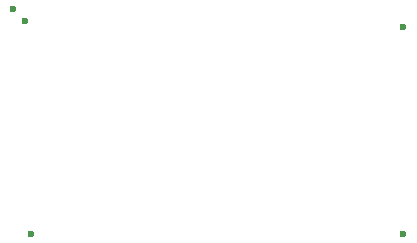
<source format=gbl>
G04 #@! TF.GenerationSoftware,KiCad,Pcbnew,8.0.9-8.0.9-0~ubuntu24.04.1*
G04 #@! TF.CreationDate,2025-11-26T19:15:22+00:00*
G04 #@! TF.ProjectId,greenenergyecu,67726565-6e65-46e6-9572-67796563752e,rev?*
G04 #@! TF.SameCoordinates,Original*
G04 #@! TF.FileFunction,Copper,L2,Bot*
G04 #@! TF.FilePolarity,Positive*
%FSLAX46Y46*%
G04 Gerber Fmt 4.6, Leading zero omitted, Abs format (unit mm)*
G04 Created by KiCad (PCBNEW 8.0.9-8.0.9-0~ubuntu24.04.1) date 2025-11-26 19:15:22*
%MOMM*%
%LPD*%
G01*
G04 APERTURE LIST*
G04 #@! TA.AperFunction,ViaPad*
%ADD10C,0.600000*%
G04 #@! TD*
G04 APERTURE END LIST*
D10*
G04 #@! TO.N,*
X0Y-40000D03*
X-1000000Y960000D03*
X500000Y-18040000D03*
X32000000Y-18040000D03*
X32000000Y-540000D03*
G04 #@! TD*
M02*

</source>
